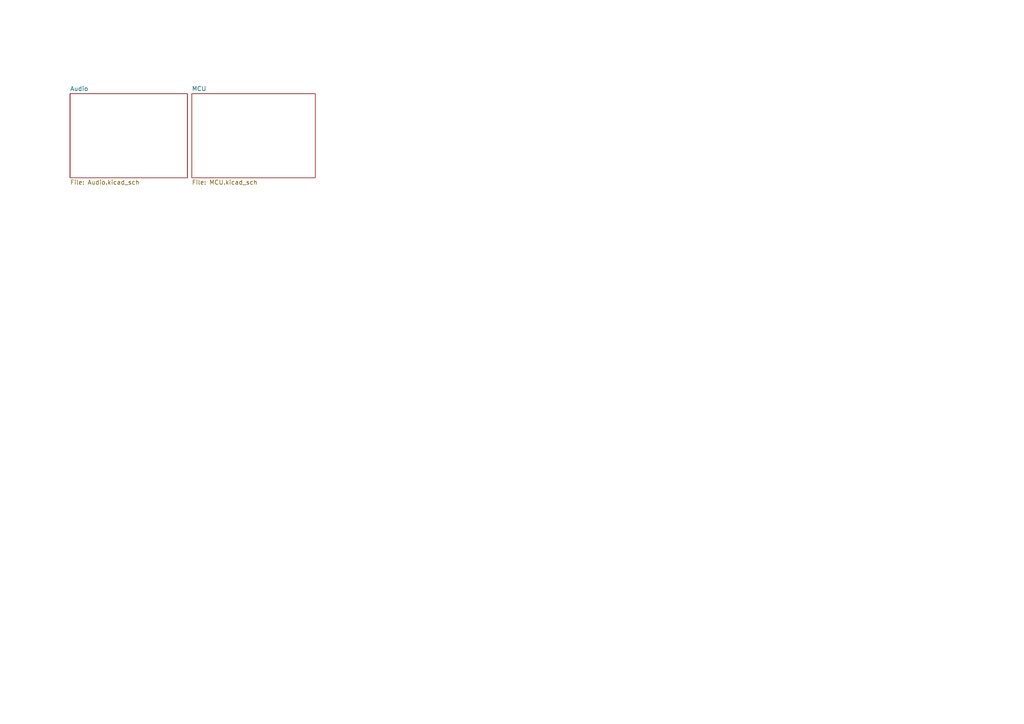
<source format=kicad_sch>
(kicad_sch
	(version 20231120)
	(generator "eeschema")
	(generator_version "8.0")
	(uuid "524c695b-c632-4089-9e9a-ef0f89cad1b2")
	(paper "A4")
	(lib_symbols)
	(sheet
		(at 55.626 27.178)
		(size 35.814 24.384)
		(fields_autoplaced yes)
		(stroke
			(width 0.1524)
			(type solid)
		)
		(fill
			(color 0 0 0 0.0000)
		)
		(uuid "29c54663-b974-4b35-ac83-25332e43dd96")
		(property "Sheetname" "MCU"
			(at 55.626 26.4664 0)
			(effects
				(font
					(size 1.27 1.27)
				)
				(justify left bottom)
			)
		)
		(property "Sheetfile" "MCU.kicad_sch"
			(at 55.626 52.1466 0)
			(effects
				(font
					(size 1.27 1.27)
				)
				(justify left top)
			)
		)
		(instances
			(project "GuitarProcessorBoard"
				(path "/524c695b-c632-4089-9e9a-ef0f89cad1b2"
					(page "3")
				)
			)
		)
	)
	(sheet
		(at 20.32 27.178)
		(size 34.036 24.384)
		(fields_autoplaced yes)
		(stroke
			(width 0.1524)
			(type solid)
		)
		(fill
			(color 0 0 0 0.0000)
		)
		(uuid "ef3a9a4a-abe1-4d77-855c-3594c7f88930")
		(property "Sheetname" "Audio"
			(at 20.32 26.4664 0)
			(effects
				(font
					(size 1.27 1.27)
				)
				(justify left bottom)
			)
		)
		(property "Sheetfile" "Audio.kicad_sch"
			(at 20.32 52.1466 0)
			(effects
				(font
					(size 1.27 1.27)
				)
				(justify left top)
			)
		)
		(instances
			(project "GuitarProcessorBoard"
				(path "/524c695b-c632-4089-9e9a-ef0f89cad1b2"
					(page "2")
				)
			)
		)
	)
	(sheet_instances
		(path "/"
			(page "1")
		)
	)
)

</source>
